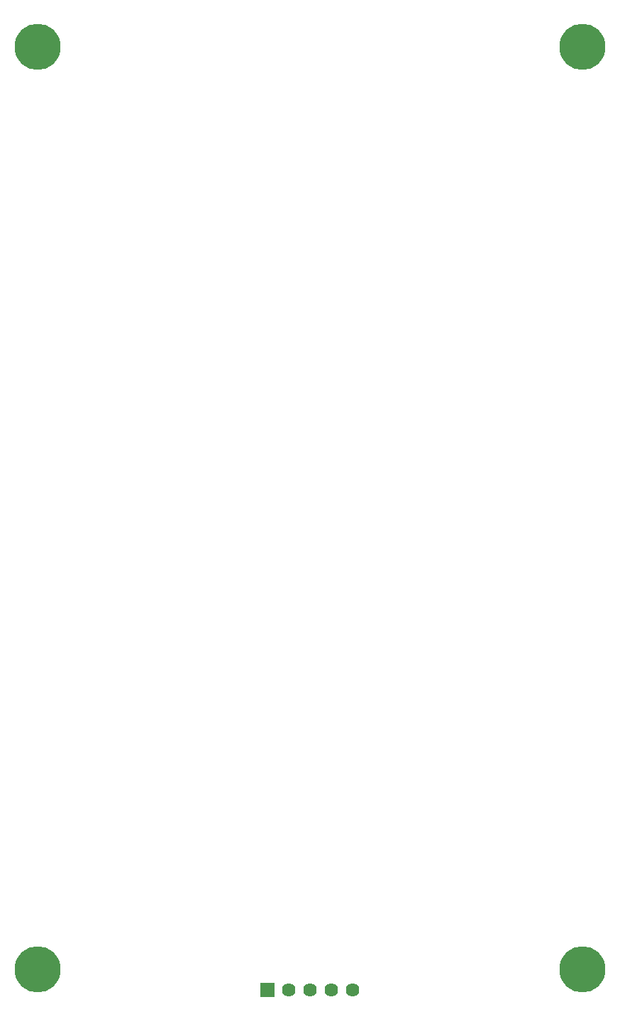
<source format=gbs>
%FSLAX33Y33*%
%MOMM*%
%AMRect-W1620000-H1620000-RO1.500*
21,1,1.62,1.62,0.,0.,90*%
%ADD10C,1.62*%
%ADD11Rect-W1620000-H1620000-RO1.500*%
%ADD12C,5.5*%
D10*
%LNbottom solder mask_traces*%
%LNbottom solder mask component d1d76ce3d25a1a6f*%
G01*
X34960Y2500D03*
X37500Y2500D03*
X40040Y2500D03*
X42580Y2500D03*
D11*
X32420Y2500D03*
%LNbottom solder mask component eade5d4cea83eb18*%
D12*
X5000Y115000D03*
%LNbottom solder mask component 4538daf1e711bfec*%
X70000Y5000D03*
%LNbottom solder mask component 522d077daca1cf4e*%
X70000Y115000D03*
%LNbottom solder mask component c00e6e3be686a7dc*%
X5000Y5000D03*
M02*
</source>
